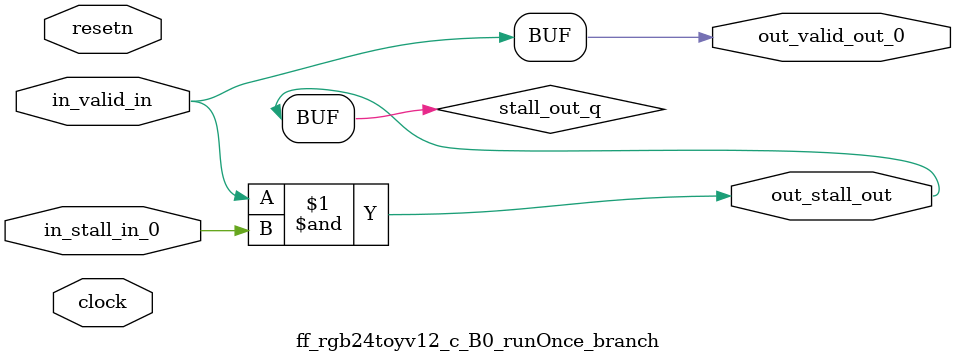
<source format=sv>



(* altera_attribute = "-name AUTO_SHIFT_REGISTER_RECOGNITION OFF; -name MESSAGE_DISABLE 10036; -name MESSAGE_DISABLE 10037; -name MESSAGE_DISABLE 14130; -name MESSAGE_DISABLE 14320; -name MESSAGE_DISABLE 15400; -name MESSAGE_DISABLE 14130; -name MESSAGE_DISABLE 10036; -name MESSAGE_DISABLE 12020; -name MESSAGE_DISABLE 12030; -name MESSAGE_DISABLE 12010; -name MESSAGE_DISABLE 12110; -name MESSAGE_DISABLE 14320; -name MESSAGE_DISABLE 13410; -name MESSAGE_DISABLE 113007; -name MESSAGE_DISABLE 10958" *)
module ff_rgb24toyv12_c_B0_runOnce_branch (
    input wire [0:0] in_stall_in_0,
    input wire [0:0] in_valid_in,
    output wire [0:0] out_stall_out,
    output wire [0:0] out_valid_out_0,
    input wire clock,
    input wire resetn
    );

    wire [0:0] stall_out_q;


    // stall_out(LOGICAL,6)
    assign stall_out_q = in_valid_in & in_stall_in_0;

    // out_stall_out(GPOUT,4)
    assign out_stall_out = stall_out_q;

    // out_valid_out_0(GPOUT,5)
    assign out_valid_out_0 = in_valid_in;

endmodule

</source>
